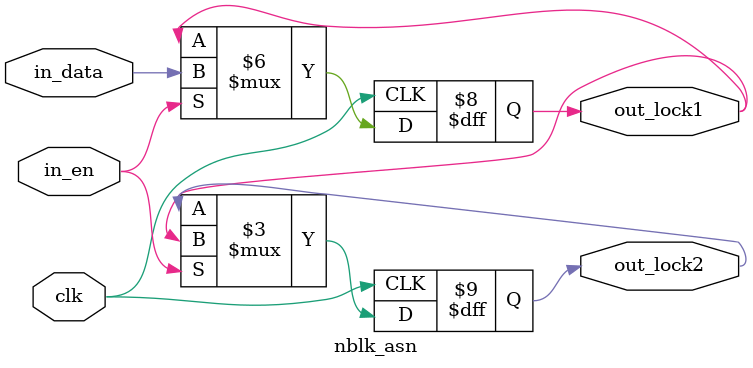
<source format=v>
module nblk_asn(clk, in_en, in_data, out_lock2, out_lock1);
	input clk, in_en, in_data;
	output reg out_lock1, out_lock2;
	
	always @ (posedge clk)
		if (in_en) begin
			out_lock1 <= in_data;
			out_lock2 <= out_lock1;
		end else begin
			out_lock1 <= out_lock1;
			out_lock2 <= out_lock2;
		end
endmodule 
</source>
